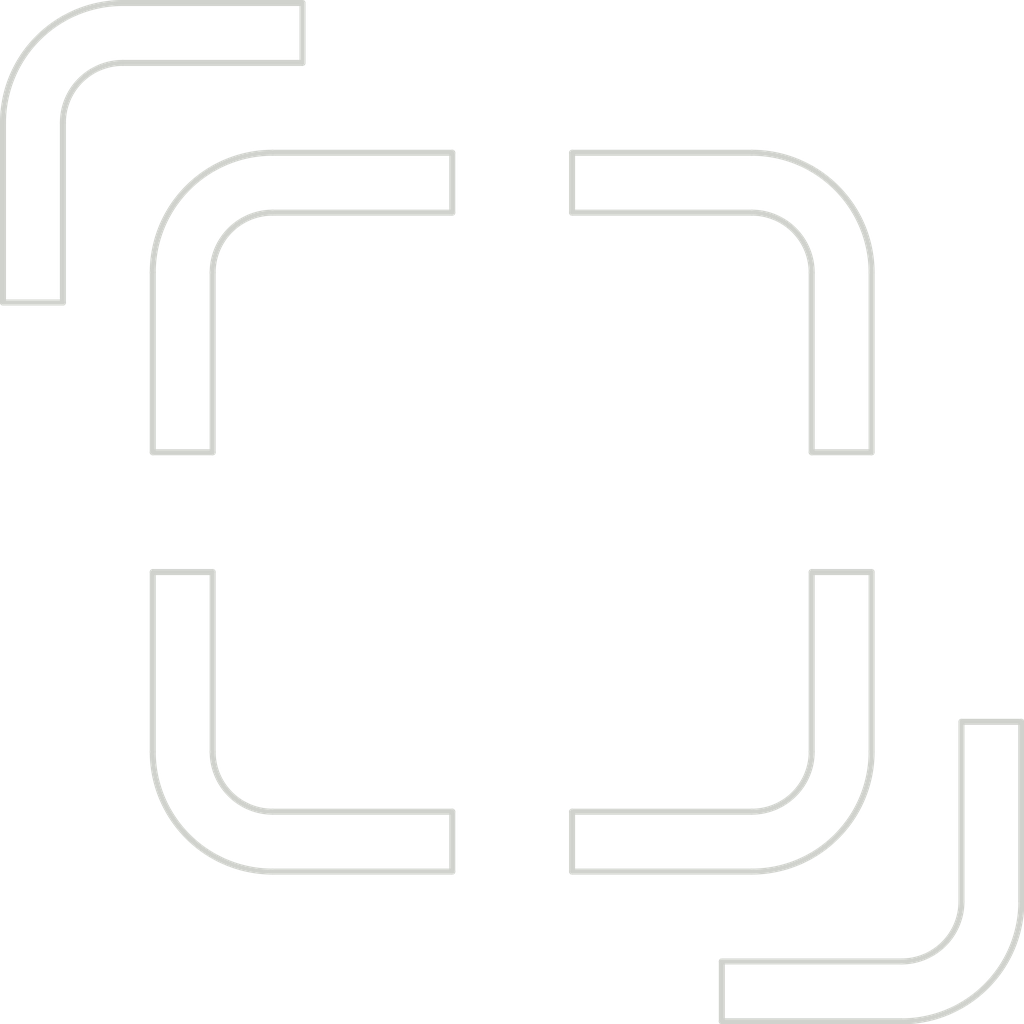
<source format=kicad_pcb>
(kicad_pcb (version 3) (host pcbnew "(2013-feb-26)-stable")

  (general
    (links 0)
    (no_connects 0)
    (area 6.899999 72.497739 274.284439 290.100001)
    (thickness 1.6002)
    (drawings 50)
    (tracks 0)
    (zones 0)
    (modules 0)
    (nets 1)
  )

  (page A3)
  (layers
    (15 Front signal)
    (0 Back signal)
    (16 B.Adhes user)
    (17 F.Adhes user)
    (18 B.Paste user)
    (19 F.Paste user)
    (20 B.SilkS user)
    (21 F.SilkS user)
    (22 B.Mask user)
    (23 F.Mask user)
    (24 Dwgs.User user)
    (25 Cmts.User user)
    (26 Eco1.User user)
    (27 Eco2.User user)
    (28 Edge.Cuts user)
  )

  (setup
    (last_trace_width 0.2032)
    (trace_clearance 0.254)
    (zone_clearance 0.508)
    (zone_45_only no)
    (trace_min 0.2032)
    (segment_width 0.1)
    (edge_width 0.1)
    (via_size 0.889)
    (via_drill 0.635)
    (via_min_size 0.889)
    (via_min_drill 0.508)
    (uvia_size 0.508)
    (uvia_drill 0.127)
    (uvias_allowed no)
    (uvia_min_size 0.508)
    (uvia_min_drill 0.127)
    (pcb_text_width 0.3048)
    (pcb_text_size 1.524 2.032)
    (mod_edge_width 0.1)
    (mod_text_size 1.524 1.524)
    (mod_text_width 0.3048)
    (pad_size 1.99898 2.39776)
    (pad_drill 0)
    (pad_to_mask_clearance 0.254)
    (aux_axis_origin 0 0)
    (visible_elements 7FFF7BFF)
    (pcbplotparams
      (layerselection 3964929)
      (usegerberextensions true)
      (excludeedgelayer true)
      (linewidth 60)
      (plotframeref false)
      (viasonmask false)
      (mode 1)
      (useauxorigin false)
      (hpglpennumber 1)
      (hpglpenspeed 20)
      (hpglpendiameter 15)
      (hpglpenoverlay 2)
      (psnegative false)
      (psa4output false)
      (plotreference true)
      (plotvalue true)
      (plotothertext true)
      (plotinvisibletext false)
      (padsonsilk false)
      (subtractmaskfromsilk false)
      (outputformat 1)
      (mirror false)
      (drillshape 0)
      (scaleselection 1)
      (outputdirectory gerbers))
  )

  (net 0 "")

  (net_class Default "This is the default net class."
    (clearance 0.254)
    (trace_width 0.2032)
    (via_dia 0.889)
    (via_drill 0.635)
    (uvia_dia 0.508)
    (uvia_drill 0.127)
    (add_net "")
  )

  (gr_line (start -3.5 -7.5) (end -6.5 -7.5) (angle 90) (layer Edge.Cuts) (width 0.1) (tstamp 51682255))
  (gr_line (start -3.5 -8.5) (end -3.5 -7.5) (angle 90) (layer Edge.Cuts) (width 0.1) (tstamp 51682254))
  (gr_line (start -6.5 -8.5) (end -3.5 -8.5) (angle 90) (layer Edge.Cuts) (width 0.1) (tstamp 51682253))
  (gr_line (start -7.5 -3.5) (end -7.5 -6.5) (angle 90) (layer Edge.Cuts) (width 0.1) (tstamp 51682252))
  (gr_line (start -8.5 -3.5) (end -7.5 -3.5) (angle 90) (layer Edge.Cuts) (width 0.1) (tstamp 51682251))
  (gr_line (start -8.5 -6.5) (end -8.5 -3.5) (angle 90) (layer Edge.Cuts) (width 0.1) (tstamp 51682250))
  (gr_arc (start -6.5 -6.5) (end -6.5 -7.5) (angle -90) (layer Edge.Cuts) (width 0.1) (tstamp 5168224F))
  (gr_arc (start -6.5 -6.5) (end -6.5 -8.5) (angle -90) (layer Edge.Cuts) (width 0.1) (tstamp 5168224E))
  (gr_line (start 8.5 6.5) (end 8.5 3.5) (angle 90) (layer Edge.Cuts) (width 0.1) (tstamp 51680627))
  (gr_line (start 3.5 7.5) (end 6.5 7.5) (angle 90) (layer Edge.Cuts) (width 0.1) (tstamp 5168060A))
  (gr_line (start 3.5 8.5) (end 3.5 7.5) (angle 90) (layer Edge.Cuts) (width 0.1) (tstamp 51680609))
  (gr_line (start 6.5 8.5) (end 3.5 8.5) (angle 90) (layer Edge.Cuts) (width 0.1) (tstamp 51680608))
  (gr_line (start 7.5 3.5) (end 7.5 6.5) (angle 90) (layer Edge.Cuts) (width 0.1) (tstamp 51680607))
  (gr_line (start 8.5 3.5) (end 7.5 3.5) (angle 90) (layer Edge.Cuts) (width 0.1) (tstamp 51680606))
  (gr_line (start 8.5 6.5) (end 8.5 3.5) (angle 90) (layer Edge.Cuts) (width 0.1) (tstamp 51680605))
  (gr_arc (start 6.5 6.5) (end 6.5 7.5) (angle -90) (layer Edge.Cuts) (width 0.1) (tstamp 51680604))
  (gr_arc (start 6.5 6.5) (end 6.5 8.5) (angle -90) (layer Edge.Cuts) (width 0.1) (tstamp 51680603))
  (gr_line (start 6.5 8.5) (end 3.5 8.5) (angle 90) (layer Edge.Cuts) (width 0.1) (tstamp 516805F8))
  (gr_arc (start 4 4) (end 4 6) (angle -90) (layer Edge.Cuts) (width 0.1) (tstamp 516465A8))
  (gr_arc (start 4 4) (end 4 5) (angle -90) (layer Edge.Cuts) (width 0.1) (tstamp 516465A7))
  (gr_line (start 6 4) (end 6 1) (angle 90) (layer Edge.Cuts) (width 0.1) (tstamp 516465A6))
  (gr_line (start 6 1) (end 5 1) (angle 90) (layer Edge.Cuts) (width 0.1) (tstamp 516465A5))
  (gr_line (start 5 1) (end 5 4) (angle 90) (layer Edge.Cuts) (width 0.1) (tstamp 516465A4))
  (gr_line (start 4 6) (end 1 6) (angle 90) (layer Edge.Cuts) (width 0.1) (tstamp 516465A3))
  (gr_line (start 1 6) (end 1 5) (angle 90) (layer Edge.Cuts) (width 0.1) (tstamp 516465A2))
  (gr_line (start 1 5) (end 4 5) (angle 90) (layer Edge.Cuts) (width 0.1) (tstamp 516465A1))
  (gr_line (start -1 5) (end -4 5) (angle 90) (layer Edge.Cuts) (width 0.1) (tstamp 516465A0))
  (gr_line (start -1 6) (end -1 5) (angle 90) (layer Edge.Cuts) (width 0.1) (tstamp 5164659F))
  (gr_line (start -4 6) (end -1 6) (angle 90) (layer Edge.Cuts) (width 0.1) (tstamp 5164659E))
  (gr_line (start -5 1) (end -5 4) (angle 90) (layer Edge.Cuts) (width 0.1) (tstamp 5164659D))
  (gr_line (start -6 1) (end -5 1) (angle 90) (layer Edge.Cuts) (width 0.1) (tstamp 5164659C))
  (gr_line (start -6 4) (end -6 1) (angle 90) (layer Edge.Cuts) (width 0.1) (tstamp 5164659B))
  (gr_arc (start -4 4) (end -4 5) (angle 90) (layer Edge.Cuts) (width 0.1) (tstamp 5164659A))
  (gr_arc (start -4 4) (end -4 6) (angle 90) (layer Edge.Cuts) (width 0.1) (tstamp 51646599))
  (gr_arc (start -4 -4) (end -4 -6) (angle -90) (layer Edge.Cuts) (width 0.1) (tstamp 51646598))
  (gr_arc (start -4 -4) (end -4 -5) (angle -90) (layer Edge.Cuts) (width 0.1) (tstamp 51646597))
  (gr_line (start -6 -4) (end -6 -1) (angle 90) (layer Edge.Cuts) (width 0.1) (tstamp 51646596))
  (gr_line (start -6 -1) (end -5 -1) (angle 90) (layer Edge.Cuts) (width 0.1) (tstamp 51646595))
  (gr_line (start -5 -1) (end -5 -4) (angle 90) (layer Edge.Cuts) (width 0.1) (tstamp 51646594))
  (gr_line (start -4 -6) (end -1 -6) (angle 90) (layer Edge.Cuts) (width 0.1) (tstamp 51646593))
  (gr_line (start -1 -6) (end -1 -5) (angle 90) (layer Edge.Cuts) (width 0.1) (tstamp 51646592))
  (gr_line (start -1 -5) (end -4 -5) (angle 90) (layer Edge.Cuts) (width 0.1) (tstamp 51646591))
  (gr_line (start 1 -5) (end 4 -5) (angle 90) (layer Edge.Cuts) (width 0.1) (tstamp 51646590))
  (gr_line (start 1 -6) (end 1 -5) (angle 90) (layer Edge.Cuts) (width 0.1) (tstamp 5164658F))
  (gr_line (start 4 -6) (end 1 -6) (angle 90) (layer Edge.Cuts) (width 0.1) (tstamp 5164658E))
  (gr_line (start 5 -1) (end 5 -4) (angle 90) (layer Edge.Cuts) (width 0.1) (tstamp 5164658D))
  (gr_line (start 6 -1) (end 5 -1) (angle 90) (layer Edge.Cuts) (width 0.1) (tstamp 5164658C))
  (gr_line (start 6 -4) (end 6 -1) (angle 90) (layer Edge.Cuts) (width 0.1) (tstamp 5164658B))
  (gr_arc (start 4 -4) (end 4 -5) (angle 90) (layer Edge.Cuts) (width 0.1) (tstamp 5164658A))
  (gr_arc (start 4 -4) (end 4 -6) (angle 90) (layer Edge.Cuts) (width 0.1) (tstamp 51646589))

)

</source>
